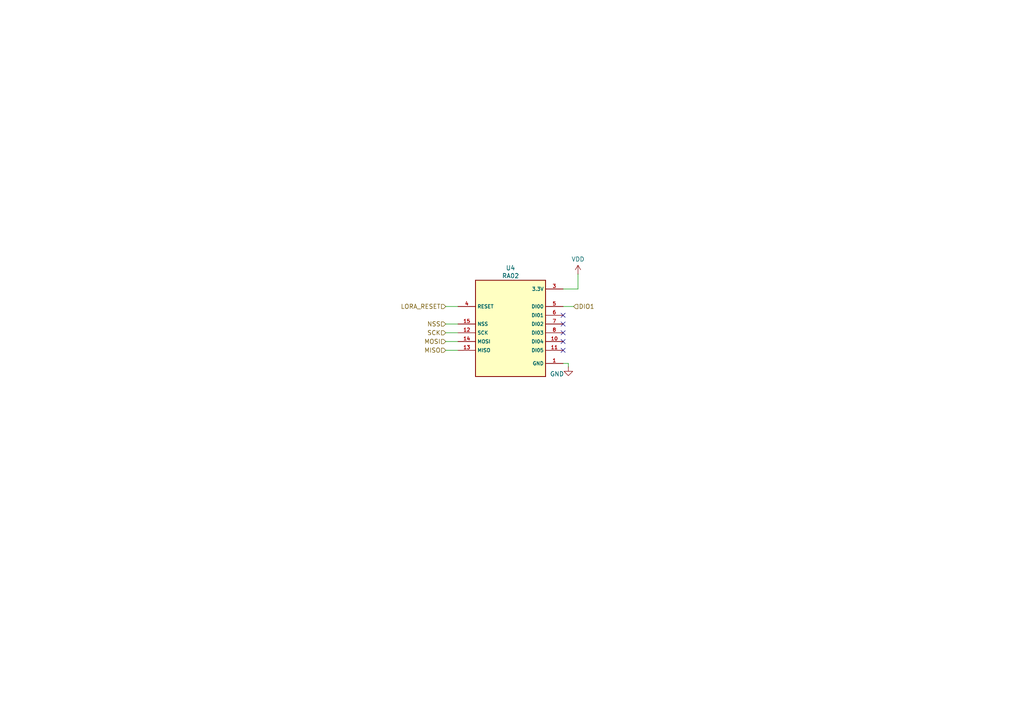
<source format=kicad_sch>
(kicad_sch (version 20231120) (generator "eeschema") (generator_version "8.0")
  (paper "A4")
  (lib_symbols
    (symbol "power:GND" (power) (pin_numbers hide) (pin_names (offset 0) hide)
      (property "Value" "GND" (at 0 -3.81 0))
      (symbol "GND_0_1"
        (polyline (pts (xy 0 0) (xy 0 -1.27) (xy 1.27 -1.27) (xy 0 -2.54) (xy -1.27 -1.27) (xy 0 -1.27)))
      )
      (symbol "GND_1_1"
        (pin power_in line (at 0 0 270) (length 0) (name "~") (number "1"))
      )
    )
    (symbol "power:VDD" (power) (pin_numbers hide) (pin_names (offset 0) hide)
      (property "Value" "VDD" (at 0 3.556 0))
      (symbol "VDD_0_1"
        (polyline (pts (xy -0.762 1.27) (xy 0 2.54)))
        (polyline (pts (xy 0 0) (xy 0 2.54)))
        (polyline (pts (xy 0 2.54) (xy 0.762 1.27)))
      )
      (symbol "VDD_1_1"
        (pin power_in line (at 0 0 90) (length 0) (name "~") (number "1"))
      )
    )
    (symbol "project241_sym:Lora_RA_02"
      (property "Reference" "U4" (at 0 19.304 0))
      (property "Value" "RA02" (at 0 16.764 0))
      (symbol "Lora_RA_02_0_0"
        (rectangle (start -10.16 13.97) (end 10.16 -13.97) (stroke (width 0.254)) (fill (type background)))
        (pin bidirectional line (at 15.24 -3.81 180) (length 5.08) (name "DI04") (number "10"))
        (pin bidirectional line (at 15.24 -6.35 180) (length 5.08) (name "DI05") (number "11"))
        (pin output line (at -15.24 -6.35 0) (length 5.08) (name "MISO") (number "13"))
        (pin input line (at -15.24 -3.81 0) (length 5.08) (name "MOSI") (number "14"))
        (pin input line (at -15.24 1.27 0) (length 5.08) (name "NSS") (number "15"))
        (pin power_in line (at 15.24 -10.16 180) (length 5.08) hide (name "GND") (number "16"))
        (pin power_in line (at 15.24 -10.16 180) (length 5.08) hide (name "GND") (number "2"))
        (pin input line (at -15.24 6.35 0) (length 5.08) (name "RESET") (number "4"))
        (pin bidirectional line (at 15.24 6.35 180) (length 5.08) (name "DI00") (number "5"))
        (pin bidirectional line (at 15.24 3.81 180) (length 5.08) (name "DI01") (number "6"))
        (pin bidirectional line (at 15.24 1.27 180) (length 5.08) (name "DI02") (number "7"))
        (pin bidirectional line (at 15.24 -1.27 180) (length 5.08) (name "DI03") (number "8"))
        (pin power_in line (at 15.24 -10.16 180) (length 5.08) hide (name "GND") (number "9"))
      )
      (symbol "Lora_RA_02_1_0"
        (pin passive line (at 15.24 -10.16 180) (length 5.08) (name "GND") (number "1"))
        (pin input line (at -15.24 -1.27 0) (length 5.08) (name "SCK") (number "12"))
        (pin passive line (at 15.24 11.43 180) (length 5.08) (name "3.3V") (number "3"))
      )
    )
  )
  (no_connect (at 163.322 101.6))
  (no_connect (at 163.322 91.44))
  (no_connect (at 163.322 96.52))
  (no_connect (at 163.322 93.98))
  (no_connect (at 163.322 99.06))
  (wire (pts (xy 167.64 83.82) (xy 163.322 83.82)))
  (wire (pts (xy 129.286 93.98) (xy 132.842 93.98)))
  (wire (pts (xy 129.286 99.06) (xy 132.842 99.06)))
  (wire (pts (xy 129.286 96.52) (xy 132.842 96.52)))
  (wire (pts (xy 166.37 88.9) (xy 163.322 88.9)))
  (wire (pts (xy 129.286 88.9) (xy 132.842 88.9)))
  (wire (pts (xy 164.846 106.426) (xy 164.846 105.41)))
  (wire (pts (xy 167.64 79.502) (xy 167.64 83.82)))
  (wire (pts (xy 129.286 101.6) (xy 132.842 101.6)))
  (wire (pts (xy 164.846 105.41) (xy 163.322 105.41)))
  (hierarchical_label "SCK" (shape input) (at 129.286 96.52 180))
  (hierarchical_label "DIO1" (shape input) (at 166.37 88.9 0))
  (hierarchical_label "LORA_RESET" (shape input) (at 129.286 88.9 180))
  (hierarchical_label "NSS" (shape input) (at 129.286 93.98 180))
  (hierarchical_label "MISO" (shape input) (at 129.286 101.6 180))
  (hierarchical_label "MOSI" (shape input) (at 129.286 99.06 180))
  (symbol (lib_id "power:GND") (at 164.846 106.426 0) (unit 1)
    (property "Reference" "#PWR039" (effects (hide yes)))
    (property "Value" "GND" (at 161.544 108.458 0))
    (property "Description" "Power symbol creates a global label with name \"GND\" , ground" (effects (hide yes)))
  )
  (symbol (lib_id "power:VDD") (at 167.64 79.502 0) (unit 1)
    (property "Reference" "#PWR038" (effects (hide yes)))
    (property "Value" "VDD" (at 167.64 75.184 0))
    (property "Description" "Power symbol creates a global label with name \"VDD\"" (effects (hide yes)))
  )
  (symbol (lib_id "project241_sym:Lora_RA_02") (at 148.082 95.25 0) (unit 1)
    (property "Reference" "U4" (at 148.082 77.724 0))
    (property "Value" "RA02" (at 148.082 80.01 0))
    (property "Footprint" "project241_footprint:RA-02" (effects (hide yes)))
  )
)
</source>
